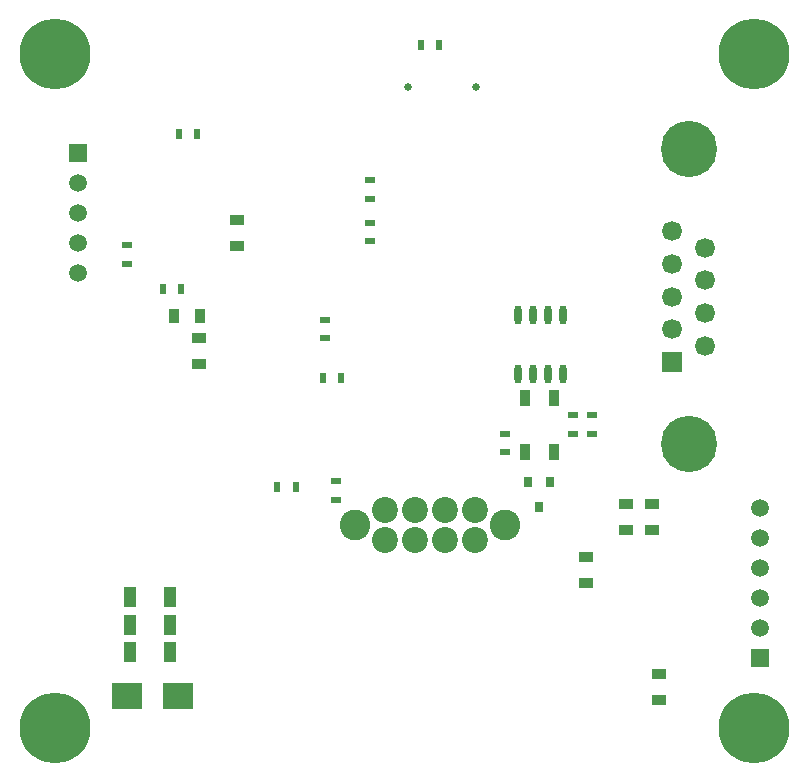
<source format=gbr>
%TF.GenerationSoftware,Altium Limited,Altium Designer,20.2.5 (213)*%
G04 Layer_Color=255*
%FSLAX44Y44*%
%MOMM*%
%TF.SameCoordinates,3FE501F2-1E46-4B48-ABA6-5278C61F2325*%
%TF.FilePolarity,Positive*%
%TF.FileFunction,Pads,Bot*%
%TF.Part,Single*%
G01*
G75*
%TA.AperFunction,SMDPad,CuDef*%
%ADD15R,0.6000X0.9000*%
%ADD18O,0.6500X1.6000*%
G04:AMPARAMS|DCode=19|XSize=1.35mm|YSize=0.9mm|CornerRadius=0.09mm|HoleSize=0mm|Usage=FLASHONLY|Rotation=270.000|XOffset=0mm|YOffset=0mm|HoleType=Round|Shape=RoundedRectangle|*
%AMROUNDEDRECTD19*
21,1,1.3500,0.7200,0,0,270.0*
21,1,1.1700,0.9000,0,0,270.0*
1,1,0.1800,-0.3600,-0.5850*
1,1,0.1800,-0.3600,0.5850*
1,1,0.1800,0.3600,0.5850*
1,1,0.1800,0.3600,-0.5850*
%
%ADD19ROUNDEDRECTD19*%
%ADD20R,0.9000X0.6000*%
%ADD21R,0.7000X0.9000*%
%ADD22R,0.1000X0.1000*%
%ADD23R,1.3000X0.9000*%
%ADD31R,2.5000X2.3000*%
%ADD32R,1.1000X1.7000*%
%TA.AperFunction,ComponentPad*%
%ADD49C,0.6500*%
%ADD50C,1.5000*%
%ADD51R,1.5000X1.5000*%
%ADD52C,2.6000*%
%ADD53C,2.2000*%
%ADD54R,1.6900X1.6900*%
%ADD55C,1.6900*%
%ADD56C,4.7600*%
%TA.AperFunction,ViaPad*%
%ADD57C,6.0000*%
%TA.AperFunction,SMDPad,CuDef*%
%ADD60R,0.9000X1.3000*%
D15*
X365800Y618000D02*
D03*
X350200D02*
D03*
X228400Y244000D02*
D03*
X244000D02*
D03*
X160800Y543000D02*
D03*
X145200D02*
D03*
X147000Y412000D02*
D03*
X131400D02*
D03*
X267200Y336000D02*
D03*
X282800D02*
D03*
D18*
X444701Y390006D02*
D03*
X457402D02*
D03*
X470102D02*
D03*
X432001Y390006D02*
D03*
Y340006D02*
D03*
X444701D02*
D03*
X470102D02*
D03*
X457402D02*
D03*
D19*
X438000Y273500D02*
D03*
Y319000D02*
D03*
X463000Y273500D02*
D03*
Y319000D02*
D03*
D20*
X278000Y233200D02*
D03*
Y248800D02*
D03*
X479000Y289200D02*
D03*
Y304800D02*
D03*
X421000Y273200D02*
D03*
Y288800D02*
D03*
X495000Y289200D02*
D03*
Y304800D02*
D03*
X269000Y370200D02*
D03*
Y385800D02*
D03*
X307000Y503800D02*
D03*
Y488200D02*
D03*
Y452200D02*
D03*
Y467800D02*
D03*
X101000Y433000D02*
D03*
Y448600D02*
D03*
D21*
X450000Y227000D02*
D03*
X459500Y248000D02*
D03*
X440500D02*
D03*
D22*
X489500Y324000D02*
D03*
X504500D02*
D03*
D23*
X162000Y370000D02*
D03*
Y348000D02*
D03*
X194000Y448000D02*
D03*
Y470000D02*
D03*
X490000Y163000D02*
D03*
Y185000D02*
D03*
X552000Y64000D02*
D03*
Y86000D02*
D03*
X546000Y230000D02*
D03*
Y208000D02*
D03*
X524000D02*
D03*
Y230000D02*
D03*
D31*
X101500Y67250D02*
D03*
X144500D02*
D03*
D32*
X137750Y151250D02*
D03*
X103750D02*
D03*
X137500Y127250D02*
D03*
X103500D02*
D03*
X137500Y104000D02*
D03*
X103500D02*
D03*
D49*
X339200Y583000D02*
D03*
X397000D02*
D03*
D50*
X637000Y226600D02*
D03*
Y201200D02*
D03*
Y175800D02*
D03*
Y150400D02*
D03*
Y125000D02*
D03*
X60000Y424800D02*
D03*
Y450200D02*
D03*
Y475600D02*
D03*
Y501000D02*
D03*
D51*
X637000Y99600D02*
D03*
X60000Y526400D02*
D03*
D52*
X421642Y211724D02*
D03*
X294642D02*
D03*
D53*
X320000Y199000D02*
D03*
X345399D02*
D03*
X370797D02*
D03*
X396196D02*
D03*
X396242Y224424D02*
D03*
X370844Y224440D02*
D03*
X345445D02*
D03*
X320046D02*
D03*
D54*
X562600Y349750D02*
D03*
D55*
X591000Y363600D02*
D03*
X562600Y377450D02*
D03*
X591000Y391300D02*
D03*
X562600Y405150D02*
D03*
X591000Y419000D02*
D03*
X562600Y432850D02*
D03*
X591000Y446700D02*
D03*
X562600Y460550D02*
D03*
D56*
X576800Y530100D02*
D03*
Y280200D02*
D03*
D57*
X632000Y40000D02*
D03*
X40000D02*
D03*
X40000Y611000D02*
D03*
X632000D02*
D03*
D60*
X163000Y389000D02*
D03*
X141000D02*
D03*
%TF.MD5,68a4897f1fe9a050c8ce468dec1047e0*%
M02*

</source>
